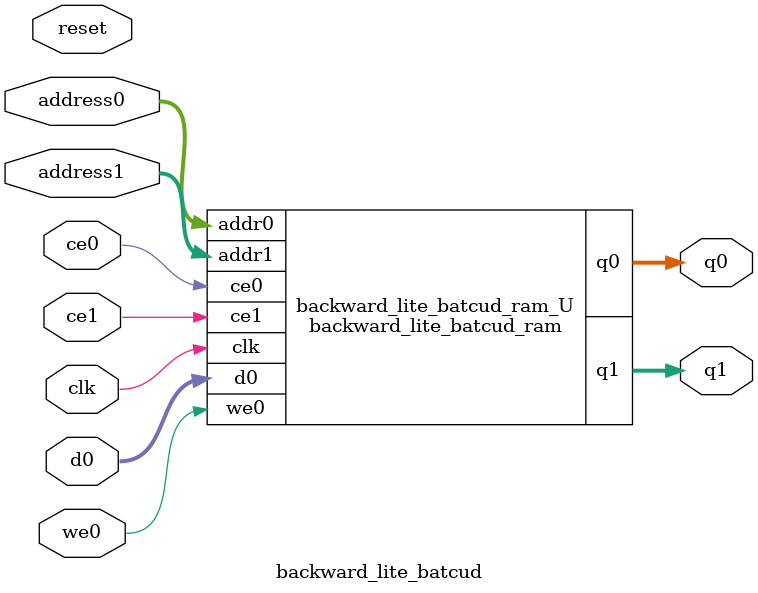
<source format=v>

`timescale 1 ns / 1 ps
module backward_lite_batcud_ram (addr0, ce0, d0, we0, q0, addr1, ce1, q1,  clk);

parameter DWIDTH = 32;
parameter AWIDTH = 8;
parameter MEM_SIZE = 160;

input[AWIDTH-1:0] addr0;
input ce0;
input[DWIDTH-1:0] d0;
input we0;
output reg[DWIDTH-1:0] q0;
input[AWIDTH-1:0] addr1;
input ce1;
output reg[DWIDTH-1:0] q1;
input clk;

(* ram_style = "block" *)reg [DWIDTH-1:0] ram[0:MEM_SIZE-1];




always @(posedge clk)  
begin 
    if (ce0) 
    begin
        if (we0) 
        begin 
            ram[addr0] <= d0; 
            q0 <= d0;
        end 
        else 
            q0 <= ram[addr0];
    end
end


always @(posedge clk)  
begin 
    if (ce1) 
    begin
            q1 <= ram[addr1];
    end
end


endmodule


`timescale 1 ns / 1 ps
module backward_lite_batcud(
    reset,
    clk,
    address0,
    ce0,
    we0,
    d0,
    q0,
    address1,
    ce1,
    q1);

parameter DataWidth = 32'd32;
parameter AddressRange = 32'd160;
parameter AddressWidth = 32'd8;
input reset;
input clk;
input[AddressWidth - 1:0] address0;
input ce0;
input we0;
input[DataWidth - 1:0] d0;
output[DataWidth - 1:0] q0;
input[AddressWidth - 1:0] address1;
input ce1;
output[DataWidth - 1:0] q1;



backward_lite_batcud_ram backward_lite_batcud_ram_U(
    .clk( clk ),
    .addr0( address0 ),
    .ce0( ce0 ),
    .we0( we0 ),
    .d0( d0 ),
    .q0( q0 ),
    .addr1( address1 ),
    .ce1( ce1 ),
    .q1( q1 ));

endmodule


</source>
